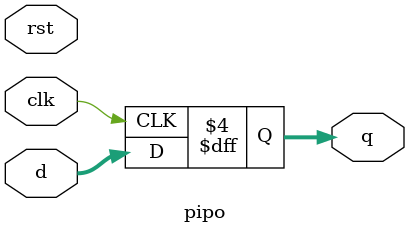
<source format=v>
`timescale 1ns / 1ps


module pipo(clk,rst,d,q);

input clk,rst;

input [3:0] d;

output [3:0] q;

wire [3:0] d;

reg [3:0] q;

always @(posedge clk)

begin

if (rst)

q <= d;

else

 

q <= d;

end

endmodule
</source>
